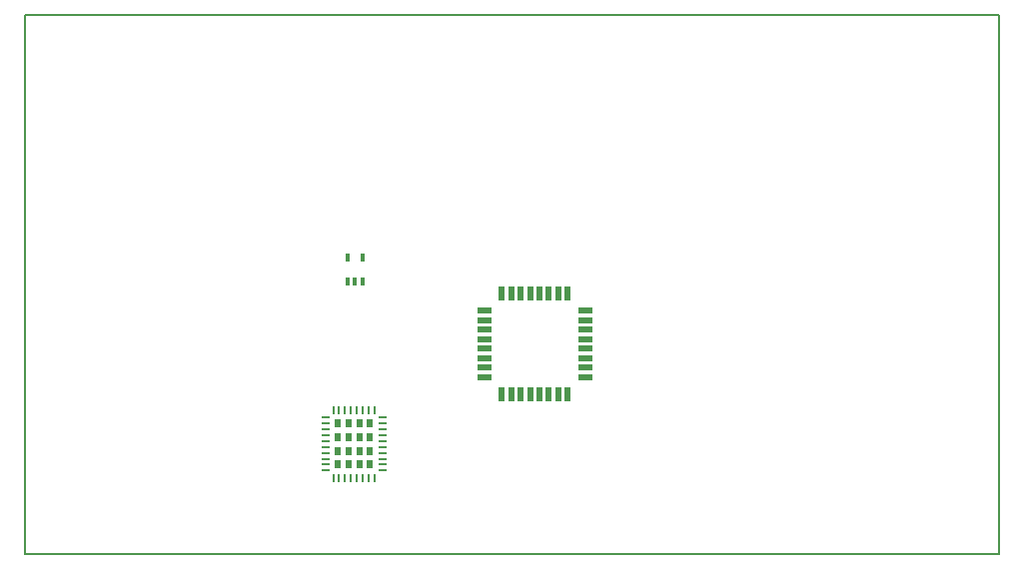
<source format=gtp>
G04 #@! TF.FileFunction,Paste,Top*
%FSLAX46Y46*%
G04 Gerber Fmt 4.6, Leading zero omitted, Abs format (unit mm)*
G04 Created by KiCad (PCBNEW 4.0.2-4+6225~38~ubuntu14.04.1-stable) date Fri 25 Mar 2016 04:25:24 PM CET*
%MOMM*%
G01*
G04 APERTURE LIST*
%ADD10C,0.150000*%
%ADD11R,0.406400X0.660400*%
%ADD12R,0.700000X0.250000*%
%ADD13R,0.250000X0.700000*%
%ADD14R,0.540000X0.690000*%
%ADD15R,1.200000X0.600000*%
%ADD16R,0.600000X1.200000*%
G04 APERTURE END LIST*
D10*
X219710000Y-93980000D02*
X137160000Y-93980000D01*
X219710000Y-139700000D02*
X219710000Y-93980000D01*
X137160000Y-139700000D02*
X219710000Y-139700000D01*
X137160000Y-93980000D02*
X137160000Y-139700000D01*
D11*
X164439600Y-116586000D03*
X165760400Y-116586000D03*
X165100000Y-116586000D03*
X165760400Y-114554000D03*
X164439600Y-114554000D03*
D12*
X162611100Y-128153600D03*
X162611100Y-128653600D03*
X162611100Y-129153600D03*
X162611100Y-129653600D03*
X162611100Y-130153600D03*
X162611100Y-130653600D03*
X162611100Y-131153600D03*
X162611100Y-131653600D03*
X162611100Y-132153600D03*
X162611100Y-132653600D03*
D13*
X163261100Y-133303600D03*
X163761100Y-133303600D03*
X164261100Y-133303600D03*
X164761100Y-133303600D03*
X165261100Y-133303600D03*
X165761100Y-133303600D03*
X166261100Y-133303600D03*
X166761100Y-133303600D03*
D12*
X167411100Y-132653600D03*
X167411100Y-132153600D03*
X167411100Y-131653600D03*
X167411100Y-131153600D03*
X167411100Y-130653600D03*
X167411100Y-130153600D03*
X167411100Y-129653600D03*
X167411100Y-129153600D03*
X167411100Y-128653600D03*
X167411100Y-128153600D03*
D13*
X166761100Y-127503600D03*
X166261100Y-127503600D03*
X165761100Y-127503600D03*
X165261100Y-127503600D03*
X164761100Y-127503600D03*
X164261100Y-127503600D03*
X163761100Y-127503600D03*
X163261100Y-127503600D03*
D14*
X166361100Y-132128600D03*
X166361100Y-130978600D03*
X166361100Y-129828600D03*
X166361100Y-128678600D03*
X165461100Y-132128600D03*
X165461100Y-130978600D03*
X165461100Y-129828600D03*
X165461100Y-128678600D03*
X164561100Y-132128600D03*
X164561100Y-130978600D03*
X164561100Y-129828600D03*
X164561100Y-128678600D03*
X163661100Y-132128600D03*
X163661100Y-130978600D03*
X163661100Y-129828600D03*
X163661100Y-128678600D03*
D15*
X176090000Y-119120000D03*
X176090000Y-119920000D03*
X176090000Y-120720000D03*
X176090000Y-121520000D03*
X176090000Y-122320000D03*
X176090000Y-123120000D03*
X176090000Y-123920000D03*
X176090000Y-124720000D03*
D16*
X177540000Y-126170000D03*
X178340000Y-126170000D03*
X179140000Y-126170000D03*
X179940000Y-126170000D03*
X180740000Y-126170000D03*
X181540000Y-126170000D03*
X182340000Y-126170000D03*
X183140000Y-126170000D03*
D15*
X184590000Y-124720000D03*
X184590000Y-123920000D03*
X184590000Y-123120000D03*
X184590000Y-122320000D03*
X184590000Y-121520000D03*
X184590000Y-120720000D03*
X184590000Y-119920000D03*
X184590000Y-119120000D03*
D16*
X183140000Y-117670000D03*
X182340000Y-117670000D03*
X181540000Y-117670000D03*
X180740000Y-117670000D03*
X179940000Y-117670000D03*
X179140000Y-117670000D03*
X178340000Y-117670000D03*
X177540000Y-117670000D03*
M02*

</source>
